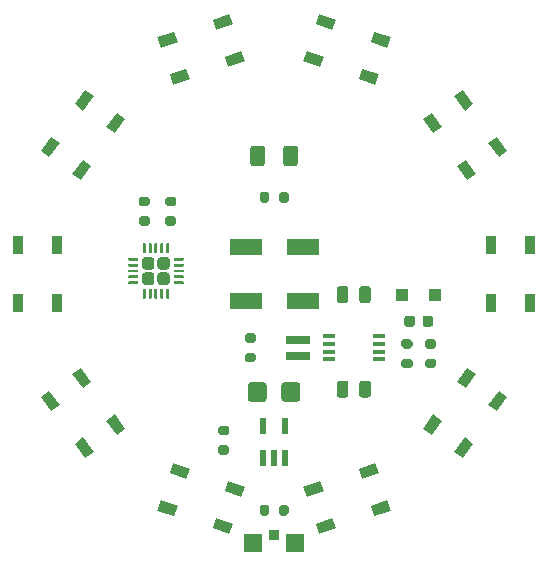
<source format=gtp>
G04 #@! TF.GenerationSoftware,KiCad,Pcbnew,(5.1.10)-1*
G04 #@! TF.CreationDate,2022-01-26T20:28:20-05:00*
G04 #@! TF.ProjectId,FestivalNecklace,46657374-6976-4616-9c4e-65636b6c6163,rev?*
G04 #@! TF.SameCoordinates,Original*
G04 #@! TF.FileFunction,Paste,Top*
G04 #@! TF.FilePolarity,Positive*
%FSLAX46Y46*%
G04 Gerber Fmt 4.6, Leading zero omitted, Abs format (unit mm)*
G04 Created by KiCad (PCBNEW (5.1.10)-1) date 2022-01-26 20:28:20*
%MOMM*%
%LPD*%
G01*
G04 APERTURE LIST*
%ADD10R,2.006600X0.660400*%
%ADD11R,1.100000X1.100000*%
%ADD12R,1.041400X0.381000*%
%ADD13R,0.558800X1.320800*%
%ADD14C,0.150000*%
%ADD15R,0.900000X1.500000*%
%ADD16R,2.785000X1.400000*%
%ADD17R,0.900000X0.900000*%
%ADD18R,1.500000X1.500000*%
G04 APERTURE END LIST*
D10*
X102000000Y-106925000D03*
X102000000Y-105575000D03*
D11*
X110850000Y-101750000D03*
X113650000Y-101750000D03*
G36*
G01*
X107200000Y-110225000D02*
X107200000Y-109275000D01*
G75*
G02*
X107450000Y-109025000I250000J0D01*
G01*
X107950000Y-109025000D01*
G75*
G02*
X108200000Y-109275000I0J-250000D01*
G01*
X108200000Y-110225000D01*
G75*
G02*
X107950000Y-110475000I-250000J0D01*
G01*
X107450000Y-110475000D01*
G75*
G02*
X107200000Y-110225000I0J250000D01*
G01*
G37*
G36*
G01*
X105300000Y-110225000D02*
X105300000Y-109275000D01*
G75*
G02*
X105550000Y-109025000I250000J0D01*
G01*
X106050000Y-109025000D01*
G75*
G02*
X106300000Y-109275000I0J-250000D01*
G01*
X106300000Y-110225000D01*
G75*
G02*
X106050000Y-110475000I-250000J0D01*
G01*
X105550000Y-110475000D01*
G75*
G02*
X105300000Y-110225000I0J250000D01*
G01*
G37*
G36*
G01*
X106300000Y-101275000D02*
X106300000Y-102225000D01*
G75*
G02*
X106050000Y-102475000I-250000J0D01*
G01*
X105550000Y-102475000D01*
G75*
G02*
X105300000Y-102225000I0J250000D01*
G01*
X105300000Y-101275000D01*
G75*
G02*
X105550000Y-101025000I250000J0D01*
G01*
X106050000Y-101025000D01*
G75*
G02*
X106300000Y-101275000I0J-250000D01*
G01*
G37*
G36*
G01*
X108200000Y-101275000D02*
X108200000Y-102225000D01*
G75*
G02*
X107950000Y-102475000I-250000J0D01*
G01*
X107450000Y-102475000D01*
G75*
G02*
X107200000Y-102225000I0J250000D01*
G01*
X107200000Y-101275000D01*
G75*
G02*
X107450000Y-101025000I250000J0D01*
G01*
X107950000Y-101025000D01*
G75*
G02*
X108200000Y-101275000I0J-250000D01*
G01*
G37*
G36*
G01*
X112575000Y-104250000D02*
X112575000Y-103750000D01*
G75*
G02*
X112800000Y-103525000I225000J0D01*
G01*
X113250000Y-103525000D01*
G75*
G02*
X113475000Y-103750000I0J-225000D01*
G01*
X113475000Y-104250000D01*
G75*
G02*
X113250000Y-104475000I-225000J0D01*
G01*
X112800000Y-104475000D01*
G75*
G02*
X112575000Y-104250000I0J225000D01*
G01*
G37*
G36*
G01*
X111025000Y-104250000D02*
X111025000Y-103750000D01*
G75*
G02*
X111250000Y-103525000I225000J0D01*
G01*
X111700000Y-103525000D01*
G75*
G02*
X111925000Y-103750000I0J-225000D01*
G01*
X111925000Y-104250000D01*
G75*
G02*
X111700000Y-104475000I-225000J0D01*
G01*
X111250000Y-104475000D01*
G75*
G02*
X111025000Y-104250000I0J225000D01*
G01*
G37*
D12*
X104629100Y-105274640D03*
X104629100Y-105924880D03*
X104629100Y-106575120D03*
X104629100Y-107225360D03*
X108870900Y-107225360D03*
X108870900Y-106575120D03*
X108870900Y-105924880D03*
X108870900Y-105274640D03*
G36*
G01*
X91525000Y-94275000D02*
X90975000Y-94275000D01*
G75*
G02*
X90775000Y-94075000I0J200000D01*
G01*
X90775000Y-93675000D01*
G75*
G02*
X90975000Y-93475000I200000J0D01*
G01*
X91525000Y-93475000D01*
G75*
G02*
X91725000Y-93675000I0J-200000D01*
G01*
X91725000Y-94075000D01*
G75*
G02*
X91525000Y-94275000I-200000J0D01*
G01*
G37*
G36*
G01*
X91525000Y-95925000D02*
X90975000Y-95925000D01*
G75*
G02*
X90775000Y-95725000I0J200000D01*
G01*
X90775000Y-95325000D01*
G75*
G02*
X90975000Y-95125000I200000J0D01*
G01*
X91525000Y-95125000D01*
G75*
G02*
X91725000Y-95325000I0J-200000D01*
G01*
X91725000Y-95725000D01*
G75*
G02*
X91525000Y-95925000I-200000J0D01*
G01*
G37*
G36*
G01*
X113525000Y-106325000D02*
X112975000Y-106325000D01*
G75*
G02*
X112775000Y-106125000I0J200000D01*
G01*
X112775000Y-105725000D01*
G75*
G02*
X112975000Y-105525000I200000J0D01*
G01*
X113525000Y-105525000D01*
G75*
G02*
X113725000Y-105725000I0J-200000D01*
G01*
X113725000Y-106125000D01*
G75*
G02*
X113525000Y-106325000I-200000J0D01*
G01*
G37*
G36*
G01*
X113525000Y-107975000D02*
X112975000Y-107975000D01*
G75*
G02*
X112775000Y-107775000I0J200000D01*
G01*
X112775000Y-107375000D01*
G75*
G02*
X112975000Y-107175000I200000J0D01*
G01*
X113525000Y-107175000D01*
G75*
G02*
X113725000Y-107375000I0J-200000D01*
G01*
X113725000Y-107775000D01*
G75*
G02*
X113525000Y-107975000I-200000J0D01*
G01*
G37*
G36*
G01*
X89275000Y-94275000D02*
X88725000Y-94275000D01*
G75*
G02*
X88525000Y-94075000I0J200000D01*
G01*
X88525000Y-93675000D01*
G75*
G02*
X88725000Y-93475000I200000J0D01*
G01*
X89275000Y-93475000D01*
G75*
G02*
X89475000Y-93675000I0J-200000D01*
G01*
X89475000Y-94075000D01*
G75*
G02*
X89275000Y-94275000I-200000J0D01*
G01*
G37*
G36*
G01*
X89275000Y-95925000D02*
X88725000Y-95925000D01*
G75*
G02*
X88525000Y-95725000I0J200000D01*
G01*
X88525000Y-95325000D01*
G75*
G02*
X88725000Y-95125000I200000J0D01*
G01*
X89275000Y-95125000D01*
G75*
G02*
X89475000Y-95325000I0J-200000D01*
G01*
X89475000Y-95725000D01*
G75*
G02*
X89275000Y-95925000I-200000J0D01*
G01*
G37*
G36*
G01*
X111525000Y-106325000D02*
X110975000Y-106325000D01*
G75*
G02*
X110775000Y-106125000I0J200000D01*
G01*
X110775000Y-105725000D01*
G75*
G02*
X110975000Y-105525000I200000J0D01*
G01*
X111525000Y-105525000D01*
G75*
G02*
X111725000Y-105725000I0J-200000D01*
G01*
X111725000Y-106125000D01*
G75*
G02*
X111525000Y-106325000I-200000J0D01*
G01*
G37*
G36*
G01*
X111525000Y-107975000D02*
X110975000Y-107975000D01*
G75*
G02*
X110775000Y-107775000I0J200000D01*
G01*
X110775000Y-107375000D01*
G75*
G02*
X110975000Y-107175000I200000J0D01*
G01*
X111525000Y-107175000D01*
G75*
G02*
X111725000Y-107375000I0J-200000D01*
G01*
X111725000Y-107775000D01*
G75*
G02*
X111525000Y-107975000I-200000J0D01*
G01*
G37*
D13*
X99060200Y-115621600D03*
X100000000Y-115621600D03*
X100939800Y-115621600D03*
X100939800Y-112878400D03*
X99060200Y-112878400D03*
D14*
G36*
X109594502Y-119173514D02*
G01*
X109872617Y-120029465D01*
X108446032Y-120492990D01*
X108167917Y-119637039D01*
X109594502Y-119173514D01*
G37*
G36*
X108574745Y-116035027D02*
G01*
X108852860Y-116890978D01*
X107426275Y-117354503D01*
X107148160Y-116498552D01*
X108574745Y-116035027D01*
G37*
G36*
X103914568Y-117549210D02*
G01*
X104192683Y-118405161D01*
X102766098Y-118868686D01*
X102487983Y-118012735D01*
X103914568Y-117549210D01*
G37*
G36*
X104934325Y-120687697D02*
G01*
X105212440Y-121543648D01*
X103785855Y-122007173D01*
X103507740Y-121151222D01*
X104934325Y-120687697D01*
G37*
G36*
X119032033Y-109872188D02*
G01*
X119760149Y-110401195D01*
X118878471Y-111614720D01*
X118150355Y-111085713D01*
X119032033Y-109872188D01*
G37*
G36*
X116362277Y-107932497D02*
G01*
X117090393Y-108461504D01*
X116208715Y-109675029D01*
X115480599Y-109146022D01*
X116362277Y-107932497D01*
G37*
G36*
X113482129Y-111896680D02*
G01*
X114210245Y-112425687D01*
X113328567Y-113639212D01*
X112600451Y-113110205D01*
X113482129Y-111896680D01*
G37*
G36*
X116151885Y-113836371D02*
G01*
X116880001Y-114365378D01*
X115998323Y-115578903D01*
X115270207Y-115049896D01*
X116151885Y-113836371D01*
G37*
D15*
X121650000Y-97550000D03*
X118350000Y-97550000D03*
X118350000Y-102450000D03*
X121650000Y-102450000D03*
D14*
G36*
X115270207Y-84950104D02*
G01*
X115998323Y-84421097D01*
X116880001Y-85634622D01*
X116151885Y-86163629D01*
X115270207Y-84950104D01*
G37*
G36*
X112600451Y-86889795D02*
G01*
X113328567Y-86360788D01*
X114210245Y-87574313D01*
X113482129Y-88103320D01*
X112600451Y-86889795D01*
G37*
G36*
X115480599Y-90853978D02*
G01*
X116208715Y-90324971D01*
X117090393Y-91538496D01*
X116362277Y-92067503D01*
X115480599Y-90853978D01*
G37*
G36*
X118150355Y-88914287D02*
G01*
X118878471Y-88385280D01*
X119760149Y-89598805D01*
X119032033Y-90127812D01*
X118150355Y-88914287D01*
G37*
G36*
X103507740Y-78848778D02*
G01*
X103785855Y-77992827D01*
X105212440Y-78456352D01*
X104934325Y-79312303D01*
X103507740Y-78848778D01*
G37*
G36*
X102487983Y-81987265D02*
G01*
X102766098Y-81131314D01*
X104192683Y-81594839D01*
X103914568Y-82450790D01*
X102487983Y-81987265D01*
G37*
G36*
X107148160Y-83501448D02*
G01*
X107426275Y-82645497D01*
X108852860Y-83109022D01*
X108574745Y-83964973D01*
X107148160Y-83501448D01*
G37*
G36*
X108167917Y-80362961D02*
G01*
X108446032Y-79507010D01*
X109872617Y-79970535D01*
X109594502Y-80826486D01*
X108167917Y-80362961D01*
G37*
G36*
X90405498Y-80826486D02*
G01*
X90127383Y-79970535D01*
X91553968Y-79507010D01*
X91832083Y-80362961D01*
X90405498Y-80826486D01*
G37*
G36*
X91425255Y-83964973D02*
G01*
X91147140Y-83109022D01*
X92573725Y-82645497D01*
X92851840Y-83501448D01*
X91425255Y-83964973D01*
G37*
G36*
X96085432Y-82450790D02*
G01*
X95807317Y-81594839D01*
X97233902Y-81131314D01*
X97512017Y-81987265D01*
X96085432Y-82450790D01*
G37*
G36*
X95065675Y-79312303D02*
G01*
X94787560Y-78456352D01*
X96214145Y-77992827D01*
X96492260Y-78848778D01*
X95065675Y-79312303D01*
G37*
G36*
X80967967Y-90127812D02*
G01*
X80239851Y-89598805D01*
X81121529Y-88385280D01*
X81849645Y-88914287D01*
X80967967Y-90127812D01*
G37*
G36*
X83637723Y-92067503D02*
G01*
X82909607Y-91538496D01*
X83791285Y-90324971D01*
X84519401Y-90853978D01*
X83637723Y-92067503D01*
G37*
G36*
X86517871Y-88103320D02*
G01*
X85789755Y-87574313D01*
X86671433Y-86360788D01*
X87399549Y-86889795D01*
X86517871Y-88103320D01*
G37*
G36*
X83848115Y-86163629D02*
G01*
X83119999Y-85634622D01*
X84001677Y-84421097D01*
X84729793Y-84950104D01*
X83848115Y-86163629D01*
G37*
D15*
X78350000Y-102450000D03*
X81650000Y-102450000D03*
X81650000Y-97550000D03*
X78350000Y-97550000D03*
D14*
G36*
X84729793Y-115049896D02*
G01*
X84001677Y-115578903D01*
X83119999Y-114365378D01*
X83848115Y-113836371D01*
X84729793Y-115049896D01*
G37*
G36*
X87399549Y-113110205D02*
G01*
X86671433Y-113639212D01*
X85789755Y-112425687D01*
X86517871Y-111896680D01*
X87399549Y-113110205D01*
G37*
G36*
X84519401Y-109146022D02*
G01*
X83791285Y-109675029D01*
X82909607Y-108461504D01*
X83637723Y-107932497D01*
X84519401Y-109146022D01*
G37*
G36*
X81849645Y-111085713D02*
G01*
X81121529Y-111614720D01*
X80239851Y-110401195D01*
X80967967Y-109872188D01*
X81849645Y-111085713D01*
G37*
G36*
X96492260Y-121151222D02*
G01*
X96214145Y-122007173D01*
X94787560Y-121543648D01*
X95065675Y-120687697D01*
X96492260Y-121151222D01*
G37*
G36*
X97512017Y-118012735D02*
G01*
X97233902Y-118868686D01*
X95807317Y-118405161D01*
X96085432Y-117549210D01*
X97512017Y-118012735D01*
G37*
G36*
X92851840Y-116498552D02*
G01*
X92573725Y-117354503D01*
X91147140Y-116890978D01*
X91425255Y-116035027D01*
X92851840Y-116498552D01*
G37*
G36*
X91832083Y-119637039D02*
G01*
X91553968Y-120492990D01*
X90127383Y-120029465D01*
X90405498Y-119173514D01*
X91832083Y-119637039D01*
G37*
G36*
G01*
X89074999Y-99875000D02*
X89625001Y-99875000D01*
G75*
G02*
X89875000Y-100124999I0J-249999D01*
G01*
X89875000Y-100675001D01*
G75*
G02*
X89625001Y-100925000I-249999J0D01*
G01*
X89074999Y-100925000D01*
G75*
G02*
X88825000Y-100675001I0J249999D01*
G01*
X88825000Y-100124999D01*
G75*
G02*
X89074999Y-99875000I249999J0D01*
G01*
G37*
G36*
G01*
X90374999Y-99875000D02*
X90925001Y-99875000D01*
G75*
G02*
X91175000Y-100124999I0J-249999D01*
G01*
X91175000Y-100675001D01*
G75*
G02*
X90925001Y-100925000I-249999J0D01*
G01*
X90374999Y-100925000D01*
G75*
G02*
X90125000Y-100675001I0J249999D01*
G01*
X90125000Y-100124999D01*
G75*
G02*
X90374999Y-99875000I249999J0D01*
G01*
G37*
G36*
G01*
X89074999Y-98575000D02*
X89625001Y-98575000D01*
G75*
G02*
X89875000Y-98824999I0J-249999D01*
G01*
X89875000Y-99375001D01*
G75*
G02*
X89625001Y-99625000I-249999J0D01*
G01*
X89074999Y-99625000D01*
G75*
G02*
X88825000Y-99375001I0J249999D01*
G01*
X88825000Y-98824999D01*
G75*
G02*
X89074999Y-98575000I249999J0D01*
G01*
G37*
G36*
G01*
X90374999Y-98575000D02*
X90925001Y-98575000D01*
G75*
G02*
X91175000Y-98824999I0J-249999D01*
G01*
X91175000Y-99375001D01*
G75*
G02*
X90925001Y-99625000I-249999J0D01*
G01*
X90374999Y-99625000D01*
G75*
G02*
X90125000Y-99375001I0J249999D01*
G01*
X90125000Y-98824999D01*
G75*
G02*
X90374999Y-98575000I249999J0D01*
G01*
G37*
G36*
G01*
X91562500Y-98625000D02*
X92287500Y-98625000D01*
G75*
G02*
X92350000Y-98687500I0J-62500D01*
G01*
X92350000Y-98812500D01*
G75*
G02*
X92287500Y-98875000I-62500J0D01*
G01*
X91562500Y-98875000D01*
G75*
G02*
X91500000Y-98812500I0J62500D01*
G01*
X91500000Y-98687500D01*
G75*
G02*
X91562500Y-98625000I62500J0D01*
G01*
G37*
G36*
G01*
X91562500Y-99125000D02*
X92287500Y-99125000D01*
G75*
G02*
X92350000Y-99187500I0J-62500D01*
G01*
X92350000Y-99312500D01*
G75*
G02*
X92287500Y-99375000I-62500J0D01*
G01*
X91562500Y-99375000D01*
G75*
G02*
X91500000Y-99312500I0J62500D01*
G01*
X91500000Y-99187500D01*
G75*
G02*
X91562500Y-99125000I62500J0D01*
G01*
G37*
G36*
G01*
X91562500Y-99625000D02*
X92287500Y-99625000D01*
G75*
G02*
X92350000Y-99687500I0J-62500D01*
G01*
X92350000Y-99812500D01*
G75*
G02*
X92287500Y-99875000I-62500J0D01*
G01*
X91562500Y-99875000D01*
G75*
G02*
X91500000Y-99812500I0J62500D01*
G01*
X91500000Y-99687500D01*
G75*
G02*
X91562500Y-99625000I62500J0D01*
G01*
G37*
G36*
G01*
X91562500Y-100125000D02*
X92287500Y-100125000D01*
G75*
G02*
X92350000Y-100187500I0J-62500D01*
G01*
X92350000Y-100312500D01*
G75*
G02*
X92287500Y-100375000I-62500J0D01*
G01*
X91562500Y-100375000D01*
G75*
G02*
X91500000Y-100312500I0J62500D01*
G01*
X91500000Y-100187500D01*
G75*
G02*
X91562500Y-100125000I62500J0D01*
G01*
G37*
G36*
G01*
X91562500Y-100625000D02*
X92287500Y-100625000D01*
G75*
G02*
X92350000Y-100687500I0J-62500D01*
G01*
X92350000Y-100812500D01*
G75*
G02*
X92287500Y-100875000I-62500J0D01*
G01*
X91562500Y-100875000D01*
G75*
G02*
X91500000Y-100812500I0J62500D01*
G01*
X91500000Y-100687500D01*
G75*
G02*
X91562500Y-100625000I62500J0D01*
G01*
G37*
G36*
G01*
X90937500Y-101250000D02*
X91062500Y-101250000D01*
G75*
G02*
X91125000Y-101312500I0J-62500D01*
G01*
X91125000Y-102037500D01*
G75*
G02*
X91062500Y-102100000I-62500J0D01*
G01*
X90937500Y-102100000D01*
G75*
G02*
X90875000Y-102037500I0J62500D01*
G01*
X90875000Y-101312500D01*
G75*
G02*
X90937500Y-101250000I62500J0D01*
G01*
G37*
G36*
G01*
X90437500Y-101250000D02*
X90562500Y-101250000D01*
G75*
G02*
X90625000Y-101312500I0J-62500D01*
G01*
X90625000Y-102037500D01*
G75*
G02*
X90562500Y-102100000I-62500J0D01*
G01*
X90437500Y-102100000D01*
G75*
G02*
X90375000Y-102037500I0J62500D01*
G01*
X90375000Y-101312500D01*
G75*
G02*
X90437500Y-101250000I62500J0D01*
G01*
G37*
G36*
G01*
X89937500Y-101250000D02*
X90062500Y-101250000D01*
G75*
G02*
X90125000Y-101312500I0J-62500D01*
G01*
X90125000Y-102037500D01*
G75*
G02*
X90062500Y-102100000I-62500J0D01*
G01*
X89937500Y-102100000D01*
G75*
G02*
X89875000Y-102037500I0J62500D01*
G01*
X89875000Y-101312500D01*
G75*
G02*
X89937500Y-101250000I62500J0D01*
G01*
G37*
G36*
G01*
X89437500Y-101250000D02*
X89562500Y-101250000D01*
G75*
G02*
X89625000Y-101312500I0J-62500D01*
G01*
X89625000Y-102037500D01*
G75*
G02*
X89562500Y-102100000I-62500J0D01*
G01*
X89437500Y-102100000D01*
G75*
G02*
X89375000Y-102037500I0J62500D01*
G01*
X89375000Y-101312500D01*
G75*
G02*
X89437500Y-101250000I62500J0D01*
G01*
G37*
G36*
G01*
X88937500Y-101250000D02*
X89062500Y-101250000D01*
G75*
G02*
X89125000Y-101312500I0J-62500D01*
G01*
X89125000Y-102037500D01*
G75*
G02*
X89062500Y-102100000I-62500J0D01*
G01*
X88937500Y-102100000D01*
G75*
G02*
X88875000Y-102037500I0J62500D01*
G01*
X88875000Y-101312500D01*
G75*
G02*
X88937500Y-101250000I62500J0D01*
G01*
G37*
G36*
G01*
X87712500Y-100625000D02*
X88437500Y-100625000D01*
G75*
G02*
X88500000Y-100687500I0J-62500D01*
G01*
X88500000Y-100812500D01*
G75*
G02*
X88437500Y-100875000I-62500J0D01*
G01*
X87712500Y-100875000D01*
G75*
G02*
X87650000Y-100812500I0J62500D01*
G01*
X87650000Y-100687500D01*
G75*
G02*
X87712500Y-100625000I62500J0D01*
G01*
G37*
G36*
G01*
X87712500Y-100125000D02*
X88437500Y-100125000D01*
G75*
G02*
X88500000Y-100187500I0J-62500D01*
G01*
X88500000Y-100312500D01*
G75*
G02*
X88437500Y-100375000I-62500J0D01*
G01*
X87712500Y-100375000D01*
G75*
G02*
X87650000Y-100312500I0J62500D01*
G01*
X87650000Y-100187500D01*
G75*
G02*
X87712500Y-100125000I62500J0D01*
G01*
G37*
G36*
G01*
X87712500Y-99625000D02*
X88437500Y-99625000D01*
G75*
G02*
X88500000Y-99687500I0J-62500D01*
G01*
X88500000Y-99812500D01*
G75*
G02*
X88437500Y-99875000I-62500J0D01*
G01*
X87712500Y-99875000D01*
G75*
G02*
X87650000Y-99812500I0J62500D01*
G01*
X87650000Y-99687500D01*
G75*
G02*
X87712500Y-99625000I62500J0D01*
G01*
G37*
G36*
G01*
X87712500Y-99125000D02*
X88437500Y-99125000D01*
G75*
G02*
X88500000Y-99187500I0J-62500D01*
G01*
X88500000Y-99312500D01*
G75*
G02*
X88437500Y-99375000I-62500J0D01*
G01*
X87712500Y-99375000D01*
G75*
G02*
X87650000Y-99312500I0J62500D01*
G01*
X87650000Y-99187500D01*
G75*
G02*
X87712500Y-99125000I62500J0D01*
G01*
G37*
G36*
G01*
X87712500Y-98625000D02*
X88437500Y-98625000D01*
G75*
G02*
X88500000Y-98687500I0J-62500D01*
G01*
X88500000Y-98812500D01*
G75*
G02*
X88437500Y-98875000I-62500J0D01*
G01*
X87712500Y-98875000D01*
G75*
G02*
X87650000Y-98812500I0J62500D01*
G01*
X87650000Y-98687500D01*
G75*
G02*
X87712500Y-98625000I62500J0D01*
G01*
G37*
G36*
G01*
X88937500Y-97400000D02*
X89062500Y-97400000D01*
G75*
G02*
X89125000Y-97462500I0J-62500D01*
G01*
X89125000Y-98187500D01*
G75*
G02*
X89062500Y-98250000I-62500J0D01*
G01*
X88937500Y-98250000D01*
G75*
G02*
X88875000Y-98187500I0J62500D01*
G01*
X88875000Y-97462500D01*
G75*
G02*
X88937500Y-97400000I62500J0D01*
G01*
G37*
G36*
G01*
X89437500Y-97400000D02*
X89562500Y-97400000D01*
G75*
G02*
X89625000Y-97462500I0J-62500D01*
G01*
X89625000Y-98187500D01*
G75*
G02*
X89562500Y-98250000I-62500J0D01*
G01*
X89437500Y-98250000D01*
G75*
G02*
X89375000Y-98187500I0J62500D01*
G01*
X89375000Y-97462500D01*
G75*
G02*
X89437500Y-97400000I62500J0D01*
G01*
G37*
G36*
G01*
X89937500Y-97400000D02*
X90062500Y-97400000D01*
G75*
G02*
X90125000Y-97462500I0J-62500D01*
G01*
X90125000Y-98187500D01*
G75*
G02*
X90062500Y-98250000I-62500J0D01*
G01*
X89937500Y-98250000D01*
G75*
G02*
X89875000Y-98187500I0J62500D01*
G01*
X89875000Y-97462500D01*
G75*
G02*
X89937500Y-97400000I62500J0D01*
G01*
G37*
G36*
G01*
X90437500Y-97400000D02*
X90562500Y-97400000D01*
G75*
G02*
X90625000Y-97462500I0J-62500D01*
G01*
X90625000Y-98187500D01*
G75*
G02*
X90562500Y-98250000I-62500J0D01*
G01*
X90437500Y-98250000D01*
G75*
G02*
X90375000Y-98187500I0J62500D01*
G01*
X90375000Y-97462500D01*
G75*
G02*
X90437500Y-97400000I62500J0D01*
G01*
G37*
G36*
G01*
X90937500Y-97400000D02*
X91062500Y-97400000D01*
G75*
G02*
X91125000Y-97462500I0J-62500D01*
G01*
X91125000Y-98187500D01*
G75*
G02*
X91062500Y-98250000I-62500J0D01*
G01*
X90937500Y-98250000D01*
G75*
G02*
X90875000Y-98187500I0J62500D01*
G01*
X90875000Y-97462500D01*
G75*
G02*
X90937500Y-97400000I62500J0D01*
G01*
G37*
D16*
X97592500Y-102250000D03*
X97592500Y-97750000D03*
X102407500Y-97750000D03*
X102407500Y-102250000D03*
G36*
G01*
X96025000Y-113650000D02*
X95475000Y-113650000D01*
G75*
G02*
X95275000Y-113450000I0J200000D01*
G01*
X95275000Y-113050000D01*
G75*
G02*
X95475000Y-112850000I200000J0D01*
G01*
X96025000Y-112850000D01*
G75*
G02*
X96225000Y-113050000I0J-200000D01*
G01*
X96225000Y-113450000D01*
G75*
G02*
X96025000Y-113650000I-200000J0D01*
G01*
G37*
G36*
G01*
X96025000Y-115300000D02*
X95475000Y-115300000D01*
G75*
G02*
X95275000Y-115100000I0J200000D01*
G01*
X95275000Y-114700000D01*
G75*
G02*
X95475000Y-114500000I200000J0D01*
G01*
X96025000Y-114500000D01*
G75*
G02*
X96225000Y-114700000I0J-200000D01*
G01*
X96225000Y-115100000D01*
G75*
G02*
X96025000Y-115300000I-200000J0D01*
G01*
G37*
G36*
G01*
X100425000Y-120275000D02*
X100425000Y-119725000D01*
G75*
G02*
X100625000Y-119525000I200000J0D01*
G01*
X101025000Y-119525000D01*
G75*
G02*
X101225000Y-119725000I0J-200000D01*
G01*
X101225000Y-120275000D01*
G75*
G02*
X101025000Y-120475000I-200000J0D01*
G01*
X100625000Y-120475000D01*
G75*
G02*
X100425000Y-120275000I0J200000D01*
G01*
G37*
G36*
G01*
X98775000Y-120275000D02*
X98775000Y-119725000D01*
G75*
G02*
X98975000Y-119525000I200000J0D01*
G01*
X99375000Y-119525000D01*
G75*
G02*
X99575000Y-119725000I0J-200000D01*
G01*
X99575000Y-120275000D01*
G75*
G02*
X99375000Y-120475000I-200000J0D01*
G01*
X98975000Y-120475000D01*
G75*
G02*
X98775000Y-120275000I0J200000D01*
G01*
G37*
G36*
G01*
X97725000Y-106675000D02*
X98275000Y-106675000D01*
G75*
G02*
X98475000Y-106875000I0J-200000D01*
G01*
X98475000Y-107275000D01*
G75*
G02*
X98275000Y-107475000I-200000J0D01*
G01*
X97725000Y-107475000D01*
G75*
G02*
X97525000Y-107275000I0J200000D01*
G01*
X97525000Y-106875000D01*
G75*
G02*
X97725000Y-106675000I200000J0D01*
G01*
G37*
G36*
G01*
X97725000Y-105025000D02*
X98275000Y-105025000D01*
G75*
G02*
X98475000Y-105225000I0J-200000D01*
G01*
X98475000Y-105625000D01*
G75*
G02*
X98275000Y-105825000I-200000J0D01*
G01*
X97725000Y-105825000D01*
G75*
G02*
X97525000Y-105625000I0J200000D01*
G01*
X97525000Y-105225000D01*
G75*
G02*
X97725000Y-105025000I200000J0D01*
G01*
G37*
G36*
G01*
X99575000Y-93225000D02*
X99575000Y-93775000D01*
G75*
G02*
X99375000Y-93975000I-200000J0D01*
G01*
X98975000Y-93975000D01*
G75*
G02*
X98775000Y-93775000I0J200000D01*
G01*
X98775000Y-93225000D01*
G75*
G02*
X98975000Y-93025000I200000J0D01*
G01*
X99375000Y-93025000D01*
G75*
G02*
X99575000Y-93225000I0J-200000D01*
G01*
G37*
G36*
G01*
X101225000Y-93225000D02*
X101225000Y-93775000D01*
G75*
G02*
X101025000Y-93975000I-200000J0D01*
G01*
X100625000Y-93975000D01*
G75*
G02*
X100425000Y-93775000I0J200000D01*
G01*
X100425000Y-93225000D01*
G75*
G02*
X100625000Y-93025000I200000J0D01*
G01*
X101025000Y-93025000D01*
G75*
G02*
X101225000Y-93225000I0J-200000D01*
G01*
G37*
D17*
X100000000Y-122100000D03*
D18*
X101750000Y-122750000D03*
X98250000Y-122750000D03*
G36*
G01*
X100625000Y-110575000D02*
X100625000Y-109425000D01*
G75*
G02*
X100875000Y-109175000I250000J0D01*
G01*
X101975000Y-109175000D01*
G75*
G02*
X102225000Y-109425000I0J-250000D01*
G01*
X102225000Y-110575000D01*
G75*
G02*
X101975000Y-110825000I-250000J0D01*
G01*
X100875000Y-110825000D01*
G75*
G02*
X100625000Y-110575000I0J250000D01*
G01*
G37*
G36*
G01*
X97775000Y-110575000D02*
X97775000Y-109425000D01*
G75*
G02*
X98025000Y-109175000I250000J0D01*
G01*
X99125000Y-109175000D01*
G75*
G02*
X99375000Y-109425000I0J-250000D01*
G01*
X99375000Y-110575000D01*
G75*
G02*
X99125000Y-110825000I-250000J0D01*
G01*
X98025000Y-110825000D01*
G75*
G02*
X97775000Y-110575000I0J250000D01*
G01*
G37*
G36*
G01*
X100775000Y-90625000D02*
X100775000Y-89375000D01*
G75*
G02*
X101025000Y-89125000I250000J0D01*
G01*
X101775000Y-89125000D01*
G75*
G02*
X102025000Y-89375000I0J-250000D01*
G01*
X102025000Y-90625000D01*
G75*
G02*
X101775000Y-90875000I-250000J0D01*
G01*
X101025000Y-90875000D01*
G75*
G02*
X100775000Y-90625000I0J250000D01*
G01*
G37*
G36*
G01*
X97975000Y-90625000D02*
X97975000Y-89375000D01*
G75*
G02*
X98225000Y-89125000I250000J0D01*
G01*
X98975000Y-89125000D01*
G75*
G02*
X99225000Y-89375000I0J-250000D01*
G01*
X99225000Y-90625000D01*
G75*
G02*
X98975000Y-90875000I-250000J0D01*
G01*
X98225000Y-90875000D01*
G75*
G02*
X97975000Y-90625000I0J250000D01*
G01*
G37*
M02*

</source>
